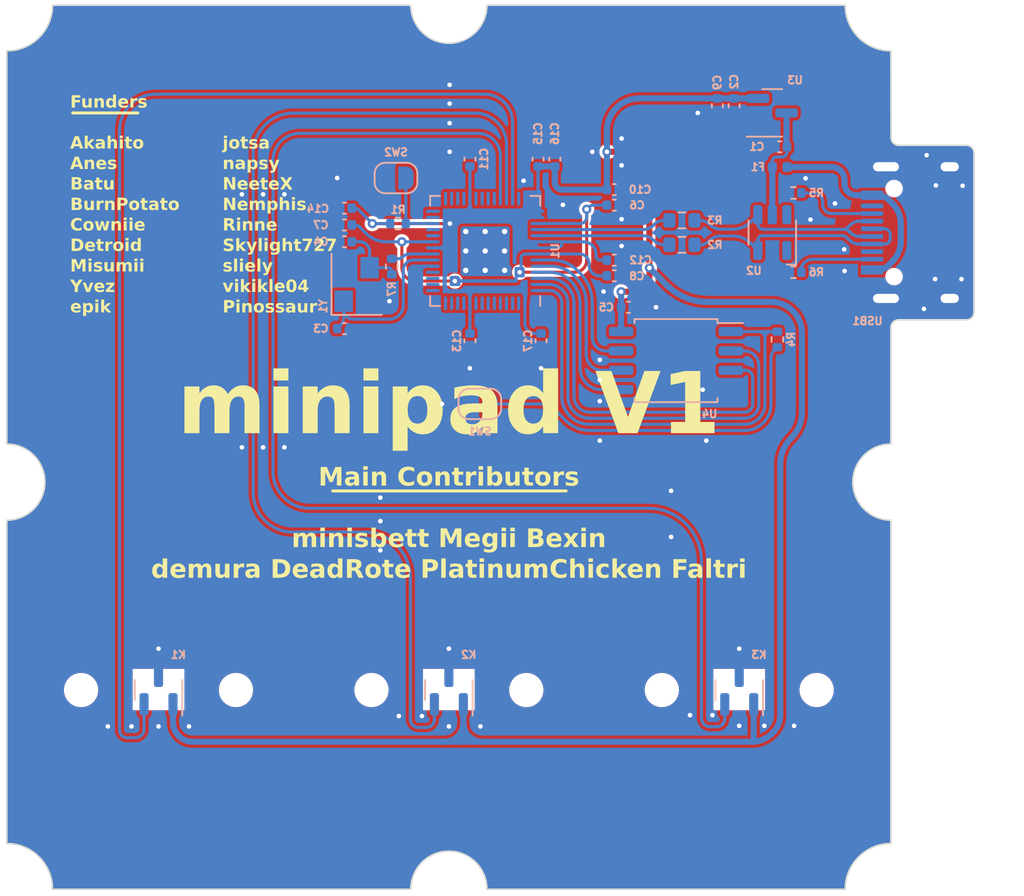
<source format=kicad_pcb>
(kicad_pcb (version 20221018) (generator pcbnew)
  (layers (0 "F.Cu" signal) (31 "B.Cu" signal) (34 "B.Paste" user) (35 "F.Paste" user) (36 "B.SilkS" user "B.Silkscreen") (37 "F.SilkS" user "F.Silkscreen") (38 "B.Mask" user) (39 "F.Mask" user) (44 "Edge.Cuts" user))
  (net 0 "")
  (net 1 "+5V")
  (net 2 "GND")
  (net 3 "+3V3")
  (net 4 "XTAL_IN")
  (net 5 "/XTAL_O")
  (net 6 "+1V1")
  (net 7 "VBUS")
  (net 8 "ADC1")
  (net 9 "ADC2")
  (net 10 "RESET")
  (net 11 "D+")
  (net 12 "Net-(R2-Pad2)")
  (net 13 "D-")
  (net 14 "Net-(R3-Pad2)")
  (net 15 "/~{USB_BOOT}")
  (net 16 "CS")
  (net 17 "Net-(R5-Pad1)")
  (net 18 "Net-(R6-Pad1)")
  (net 19 "XTAL_OUT")
  (net 36 "SWCLK")
  (net 37 "SWD")
  (net 48 "SD3")
  (net 49 "QSPI_CLK")
  (net 50 "SD0")
  (net 51 "SD2")
  (net 52 "SD1")
  (net 57 "RGB")
  (net 58 "ADC0")
  (footprint "Capacitor_SMD:C_0402_1005Metric" (layer "B.Cu") (at 152.06375 61.676875 -90)
    (fp_text reference "C2")
    (fp_text value "1uF")
  )
  (footprint "Capacitor_SMD:C_0402_1005Metric" (layer "B.Cu") (at 139.2 65.18 90)
    (fp_text reference "C15")
    (fp_text value "100nF")
  )
  (footprint "Capacitor_SMD:C_0402_1005Metric" (layer "B.Cu") (at 139.4 77.1 -90)
    (fp_text reference "C17")
    (fp_text value "100nF")
  )
  (footprint "Capacitor_SMD:C_0402_1005Metric" (layer "B.Cu") (at 144.2 72.83375)
    (fp_text reference "C8")
    (fp_text value "100nF")
  )
  (footprint "MX_Only:MXOnly-1U-FLIPPED" (layer "B.Cu") (at 152.4 100.0125 180)
    (fp_text reference "H3")
    (fp_text value "KeySwitch")
  )
  (footprint "Fuse:Fuse_0402_1005Metric" (layer "B.Cu") (at 155.05375 65.7 180)
    (fp_text reference "F1")
    (fp_text value "500mA")
  )
  (footprint "Capacitor_SMD:C_0402_1005Metric" (layer "B.Cu") (at 145.13 74.9)
    (fp_text reference "C5")
    (fp_text value "100nF")
  )
  (footprint "Resistor_SMD:R_0603_1608Metric" (layer "B.Cu") (at 148.64 69.2 180)
    (fp_text reference "R3")
    (fp_text value "27")
  )
  (footprint "marbastlib-various:SOT-23-6-routable" (layer "B.Cu") (at 154.57 70 90)
    (fp_text reference "U2")
    (fp_text value "SRV05-4")
  )
  (footprint "Jumper:SolderJumper-2_P1.3mm_Open_RoundedPad1.0x1.5mm" (layer "B.Cu") (at 129.88 66.42)
    (fp_text reference "SW2")
    (fp_text value "RESET")
  )
  (footprint "Resistor_SMD:R_0402_1005Metric" (layer "B.Cu") (at 129.6 72.23 90)
    (fp_text reference "R7")
    (fp_text value "1k")
  )
  (footprint "Capacitor_SMD:C_0402_1005Metric" (layer "B.Cu") (at 126.5 69.5 180)
    (fp_text reference "C7")
    (fp_text value "100nF")
  )
  (footprint "MX_Only:MXOnly-1U-FLIPPED" (layer "B.Cu") (at 114.3 100.0125 180)
    (fp_text reference "H1")
    (fp_text value "KeySwitch")
  )
  (footprint "Resistor_SMD:R_0603_1608Metric" (layer "B.Cu") (at 148.64 70.8 180)
    (fp_text reference "R2")
    (fp_text value "27")
  )
  (footprint "Jumper:SolderJumper-2_P1.3mm_Open_RoundedPad1.0x1.5mm" (layer "B.Cu") (at 135.38 81.24)
    (fp_text reference "SW1")
    (fp_text value "BOOTSEL")
  )
  (footprint "Package_TO_SOT_SMD:SOT-23" (layer "B.Cu") (at 152.4 100.0125 90)
    (fp_text reference "K3")
    (fp_text value "Hall_Sensor")
  )
  (footprint "Package_TO_SOT_SMD:SOT-23" (layer "B.Cu") (at 154.56375 62.145625)
    (fp_text reference "U3")
    (fp_text value "XC6206PxxxMR")
  )
  (footprint "Capacitor_SMD:C_0402_1005Metric" (layer "B.Cu") (at 144.2 68.2)
    (fp_text reference "C6")
    (fp_text value "1uF")
  )
  (footprint "Package_TO_SOT_SMD:SOT-23" (layer "B.Cu") (at 114.3 100.0125 90)
    (fp_text reference "K1")
    (fp_text value "Hall_Sensor")
  )
  (footprint "Connector_USB:USB_C_Receptacle_HRO_TYPE-C-31-M-12" (layer "B.Cu") (at 165.16 70 -90)
    (fp_text reference "USB1")
    (fp_text value "USB_C_12P")
  )
  (footprint "Package_TO_SOT_SMD:SOT-23" (layer "B.Cu") (at 133.35 100.0125 90)
    (fp_text reference "K2")
    (fp_text value "Hall_Sensor")
  )
  (footprint "Capacitor_SMD:C_0402_1005Metric" (layer "B.Cu") (at 134.73125 77.1 -90)
    (fp_text reference "C13")
    (fp_text value "100nF")
  )
  (footprint "Capacitor_SMD:C_0402_1005Metric" (layer "B.Cu") (at 144.2 71.80875)
    (fp_text reference "C12")
    (fp_text value "100nF")
  )
  (footprint "Capacitor_SMD:C_0402_1005Metric" (layer "B.Cu") (at 150.96375 61.676875 -90)
    (fp_text reference "C9")
    (fp_text value "10uF")
  )
  (footprint "Resistor_SMD:R_0402_1005Metric" (layer "B.Cu") (at 130.01375 69.41)
    (fp_text reference "R1")
    (fp_text value "1k")
  )
  (footprint "Sleep-lib:RP2040-QFN-56" (layer "B.Cu") (at 135.73125 71.20375 90)
    (fp_text reference "U1")
    (fp_text value "RP2040")
  )
  (footprint "Capacitor_SMD:C_0402_1005Metric" (layer "B.Cu") (at 140.3 65.18 90)
    (fp_text reference "C16")
    (fp_text value "100nF")
  )
  (footprint "Capacitor_SMD:C_0402_1005Metric" (layer "B.Cu") (at 126.5 68.4 180)
    (fp_text reference "C14")
    (fp_text value "100nF")
  )
  (footprint "Crystal:Crystal_SMD_3225-4Pin_3.2x2.5mm" (layer "B.Cu") (at 127.3 73.4 90)
    (fp_text reference "Y1")
    (fp_text value "12MHZ")
  )
  (footprint "Capacitor_SMD:C_0402_1005Metric" (layer "B.Cu") (at 155.05375 64.371875 180)
    (fp_text reference "C1")
    (fp_text value "1uF")
  )
  (footprint "Capacitor_SMD:C_0402_1005Metric" (layer "B.Cu") (at 126.5 70.6 180)
    (fp_text reference "C4")
    (fp_text value "20pF")
  )
  (footprint "Capacitor_SMD:C_0402_1005Metric" (layer "B.Cu") (at 144.2 67.18)
    (fp_text reference "C10")
    (fp_text value "1uF")
  )
  (footprint "Package_SO:SOIC-8_5.23x5.23mm_P1.27mm" (layer "B.Cu") (at 148.25125 78.4 180)
    (fp_text reference "U4")
    (fp_text value "W25Q128JVS")
  )
  (footprint "Resistor_SMD:R_0402_1005Metric" (layer "B.Cu") (at 155.96375 67.4 180)
    (fp_text reference "R5")
    (fp_text value "5.1k")
  )
  (footprint "Capacitor_SMD:C_0402_1005Metric" (layer "B.Cu") (at 134.73 65.18 90)
    (fp_text reference "C11")
    (fp_text value "100nF")
  )
  (footprint "Resistor_SMD:R_0402_1005Metric" (layer "B.Cu") (at 155.96375 72.6 180)
    (fp_text reference "R6")
    (fp_text value "5.1k")
  )
  (footprint "Capacitor_SMD:C_0402_1005Metric" (layer "B.Cu") (at 126.5 76.3)
    (fp_text reference "C3")
    (fp_text value "20pF")
  )
  (footprint "Resistor_SMD:R_0402_1005Metric" (layer "B.Cu") (at 154.9 77.01 90)
    (fp_text reference "R4")
    (fp_text value "1k")
  )
  (footprint "MX_Only:MXOnly-1U-FLIPPED" (layer "B.Cu") (at 133.35 100.0125 180)
    (fp_text reference "H2")
    (fp_text value "KeySwitch")
  )
  (gr_line (start 108.67 62.15) (end 112.94 62.15) (stroke (width 0.2)) (layer "F.SilkS"))
  (gr_line (start 125.73 86.95) (end 141.04 86.95) (stroke (width 0.2)) (layer "F.SilkS"))
  (gr_line (start 104.35 83.87) (end 104.35 58.08) (stroke (width 0.1)) (layer "Edge.Cuts"))
  (gr_arc (start 135.85 55.08) (mid 133.35 57.58) (end 130.85 55.08) (stroke (width 0.1)) (layer "Edge.Cuts"))
  (gr_arc (start 159.35 113.08) (mid 160.22868 110.95868) (end 162.35 110.08) (stroke (width 0.1)) (layer "Edge.Cuts"))
  (gr_arc (start 104.35 83.87) (mid 106.85 86.37) (end 104.35 88.87) (stroke (width 0.1)) (layer "Edge.Cuts"))
  (gr_line (start 104.35 88.87) (end 104.35 110.08) (stroke (width 0.1)) (layer "Edge.Cuts"))
  (gr_arc (start 107.35 55.08) (mid 106.47132 57.20132) (end 104.35 58.08) (stroke (width 0.1)) (layer "Edge.Cuts"))
  (gr_line (start 162.35 76.22) (end 162.35 83.87) (stroke (width 0.1)) (layer "Edge.Cuts"))
  (gr_arc (start 162.35 88.87) (mid 159.85 86.37) (end 162.35 83.87) (stroke (width 0.1)) (layer "Edge.Cuts"))
  (gr_arc (start 162.35 76.22) (mid 162.496447 75.866447) (end 162.85 75.72) (stroke (width 0.1)) (layer "Edge.Cuts"))
  (gr_line (start 159.35 113.08) (end 135.85 113.08) (stroke (width 0.1)) (layer "Edge.Cuts"))
  (gr_arc (start 104.35 110.08) (mid 106.47132 110.95868) (end 107.35 113.08) (stroke (width 0.1)) (layer "Edge.Cuts"))
  (gr_line (start 107.35 55.08) (end 130.85 55.08) (stroke (width 0.1)) (layer "Edge.Cuts"))
  (gr_arc (start 162.35 58.08) (mid 160.22868 57.20132) (end 159.35 55.08) (stroke (width 0.1)) (layer "Edge.Cuts"))
  (gr_line (start 162.85 75.72) (end 167.3 75.72) (stroke (width 0.1)) (layer "Edge.Cuts"))
  (gr_arc (start 130.85 113.08) (mid 133.35 110.58) (end 135.85 113.08) (stroke (width 0.1)) (layer "Edge.Cuts"))
  (gr_arc (start 162.86 64.28) (mid 162.506447 64.133553) (end 162.36 63.78) (stroke (width 0.1)) (layer "Edge.Cuts"))
  (gr_arc (start 167.8 75.22) (mid 167.653553 75.573553) (end 167.3 75.72) (stroke (width 0.1)) (layer "Edge.Cuts"))
  (gr_line (start 135.85 55.08) (end 159.35 55.08) (stroke (width 0.1)) (layer "Edge.Cuts"))
  (gr_line (start 162.86 64.28) (end 167.3 64.28) (stroke (width 0.1)) (layer "Edge.Cuts"))
  (gr_line (start 162.36 63.78) (end 162.35 58.08) (stroke (width 0.1)) (layer "Edge.Cuts"))
  (gr_line (start 162.35 88.87) (end 162.35 110.08) (stroke (width 0.1)) (layer "Edge.Cuts"))
  (gr_line (start 167.8 64.78) (end 167.8 75.22) (stroke (width 0.1)) (layer "Edge.Cuts"))
  (gr_arc (start 167.3 64.28) (mid 167.653553 64.426447) (end 167.8 64.78) (stroke (width 0.1)) (layer "Edge.Cuts"))
  (gr_line (start 107.35 113.08) (end 130.85 113.08) (stroke (width 0.1)) (layer "Edge.Cuts"))
  (gr_text "minipad V1" (at 133.35 81.5) (layer "F.SilkS") (effects (font (size 4 4) (thickness 0.3) bold)))
  (gr_text "Funders\n\nAkahito\nAnes\nBatu\nBurnPotato\nCowniie\nDetroid\nMisumii\nYvez\nepik" (at 108.5 61) (layer "F.SilkS") (effects (font (size 0.8 0.8) (thickness 0.175) bold) (justify left top)))
  (gr_text "jotsa\nnapsy\nNeeteX\nNemphis\nRinne\nSkylight727\nsliely\nvikikle04\nPinossaur\n" (at 118.5 63.69) (layer "F.SilkS") (effects (font (size 0.8 0.8) (thickness 0.175) bold) (justify left top)))
  (gr_text "Main Contributors\n\nminisbett Megii Bexin\ndemura DeadRote PlatinumChicken Faltri" (at 133.35 85.4) (layer "F.SilkS") (effects (font (size 1.2 1.2) (thickness 0.25) bold) (justify top)))
  (segment (start 155.501875 62.14625) (end 155.5025 62.146875) (width 0.2) (layer "B.Cu") (net 1))
  (segment (start 154.57 65.702133) (end 154.57 68.825) (width 0.4) (layer "B.Cu") (net 1))
  (segment (start 154.56875 65.699116) (end 154.56875 65.304601) (width 0.2) (layer "B.Cu") (net 1))
  (segment (start 155.50375 62.149892) (end 155.50375 64.451875) (width 0.4) (layer "B.Cu") (net 1))
  (segment (start 154.833351 65.04) (end 155.192328 65.04) (width 0.2) (layer "B.Cu") (net 1))
  (segment (start 155.53375 64.698578) (end 155.53375 64.371875) (width 0.2) (layer "B.Cu") (net 1))
  (arc (start 154.56875 65.699116) (mid 154.568912 65.699932) (end 154.569375 65.700625) (width 0.2) (layer "B.Cu") (net 1))
  (arc (start 154.56875 65.304601) (mid 154.588891 65.203342) (end 154.64625 65.1175) (width 0.2) (layer "B.Cu") (net 1))
  (arc (start 154.57 65.702133) (mid 154.569837 65.701317) (end 154.569375 65.700625) (width 0.4) (layer "B.Cu") (net 1))
  (arc (start 155.192328 65.04) (mid 155.322984 65.01401) (end 155.43375 64.94) (width 0.2) (layer "B.Cu") (net 1))
  (arc (start 154.833351 65.04) (mid 154.732092 65.060141) (end 154.64625 65.1175) (width 0.2) (layer "B.Cu") (net 1))
  (arc (start 155.43375 64.94) (mid 155.50776 64.829234) (end 155.53375 64.698578) (width 0.2) (layer "B.Cu") (net 1))
  (via (at 139.4 78.9) (size 0.6) (drill 0.3) (layers "F.Cu" "B.Cu") (net 2))
  (via (at 119.77 67.49) (size 0.6) (drill 0.3) (layers "F.Cu" "B.Cu") (net 2))
  (via (at 147.9296 89.9668) (size 0.6) (drill 0.3) (layers "F.Cu" "B.Cu") (net 2))
  (via (at 144.68 63.83) (size 0.6) (drill 0.3) (layers "F.Cu" "B.Cu") (net 2))
  (via (at 133.4 61.54) (size 0.6) (drill 0.3) (layers "F.Cu" "B.Cu") (net 2))
  (via (at 143.25 79.67) (size 0.6) (drill 0.3) (layers "F.Cu" "B.Cu") (net 2))
  (via (at 133.35 102.4) (size 0.6) (drill 0.3) (layers "F.Cu" "B.Cu") (net 2))
  (via (at 114.3 102.4) (size 0.6) (drill 0.3) (layers "F.Cu" "B.Cu") (net 2))
  (via (at 159.29 71.1) (size 0.6) (drill 0.3) (layers "F.Cu" "B.Cu") (net 2))
  (via (at 150 80.31) (size 0.6) (drill 0.3) (layers "F.Cu" "B.Cu") (net 2))
  (via (at 126.02 66.42) (size 0.6) (drill 0.3) (layers "F.Cu" "B.Cu") (net 2))
  (via (at 144.68 65.59) (size 0.6) (drill 0.3) (layers "F.Cu" "B.Cu") (net 2))
  (via (at 129.45 74.5) (size 0.6) (drill 0.3) (layers "F.Cu" "B.Cu") (net 2))
  (via (at 128.8542 88.93) (size 0.6) (drill 0.3) (layers "F.Cu" "B.Cu") (net 2))
  (via (at 122.56 67.49) (size 0.6) (drill 0.3) (layers "F.Cu" "B.Cu") (net 2))
  (via (at 164.5158 75.0062) (size 0.6) (drill 0.3) (layers "F.Cu" "B.Cu") (net 2))
  (via (at 143.25 83.65) (size 0.6) (drill 0.3) (layers "F.Cu" "B.Cu") (net 2))
  (via (at 165.3032 66.9036) (size 0.6) (drill 0.3) (layers "F.Cu" "B.Cu") (net 2))
  (via (at 121.16 67.49) (size 0.6) (drill 0.3) (layers "F.Cu" "B.Cu") (net 2))
  (via (at 165.2524 73.0504) (size 0.6) (drill 0.3) (layers "F.Cu" "B.Cu") (net 2))
  (via (at 159.3088 72.517) (size 0.6) (drill 0.3) (layers "F.Cu" "B.Cu") (net 2))
  (via (at 143.25 78.35) (size 0.6) (drill 0.3) (layers "F.Cu" "B.Cu") (net 2))
  (via (at 158.68 68.09) (size 0.6) (drill 0.3) (layers "F.Cu" "B.Cu") (net 2))
  (via (at 149.68 62.15) (size 0.6) (drill 0.3) (layers "F.Cu" "B.Cu") (net 2))
  (via (at 135.42 102.4) (size 0.6) (drill 0.3) (layers "F.Cu" "B.Cu") (net 2))
  (via (at 146.94 74.9) (size 0.6) (drill 0.3) (layers "F.Cu" "B.Cu") (net 2))
  (via (at 152.4 102.36) (size 0.6) (drill 0.3) (layers "F.Cu" "B.Cu") (net 2))
  (via (at 147.9296 86.94) (size 0.6) (drill 0.3) (layers "F.Cu" "B.Cu") (net 2))
  (via (at 157.077109 69.146165) (size 0.6) (drill 0.3) (layers "F.Cu" "B.Cu") (net 2))
  (via (at 143.5 73.87) (size 0.6) (drill 0.3) (layers "F.Cu" "B.Cu") (net 2))
  (via (at 167.0558 66.929) (size 0.6) (drill 0.3) (layers "F.Cu" "B.Cu") (net 2))
  (via (at 149.17 101.66) (size 0.6) (drill 0.3) (layers "F.Cu" "B.Cu") (net 2))
  (via (at 166.9796 73.0504) (size 0.6) (drill 0.3) (layers "F.Cu" "B.Cu") (net 2))
  (via (at 133.4 62.82) (size 0.6) (drill 0.3) (layers "F.Cu" "B.Cu") (net 2))
  (via (at 122.56 84.09) (size 0.6) (drill 0.3) (layers "F.Cu" "B.Cu") (net 2))
  (via (at 116.3 102.4) (size 0.6) (drill 0.3) (layers "F.Cu" "B.Cu") (net 2))
  (via (at 144.68 69.12) (size 0.6) (drill 0.3) (layers "F.Cu" "B.Cu") (net 2))
  (via (at 156 102.36) (size 0.6) (drill 0.3) (layers "F.Cu" "B.Cu") (net 2))
  (via (at 133.35 97.3) (size 0.6) (drill 0.3) (layers "F.Cu" "B.Cu") (net 2))
  (via (at 121.16 84.09) (size 0.6) (drill 0.3) (layers "F.Cu" "B.Cu") (net 2))
  (via (at 150.24 83.65) (size 0.6) (drill 0.3) (layers "F.Cu" "B.Cu") (net 2))
  (via (at 114.3 97.3) (size 0.6) (drill 0.3) (layers "F.Cu" "B.Cu") (net 2))
  (via (at 152.4 97.3) (size 0.6) (drill 0.3) (layers "F.Cu" "B.Cu") (net 2))
  (via (at 150.64 101.66) (size 0.6) (drill 0.3) (layers "F.Cu" "B.Cu") (net 2))
  (via (at 119.77 84.09) (size 0.6) (drill 0.3) (layers "F.Cu" "B.Cu") (net 2))
  (via (at 132.9 81.24) (size 0.6) (drill 0.3) (layers "F.Cu" "B.Cu") (net 2))
  (via (at 110.97 102.4) (size 0.6) (drill 0.3) (layers "F.Cu" "B.Cu") (net 2))
  (via (at 156.75375 66.44) (size 0.6) (drill 0.3) (layers "F.Cu" "B.Cu") (net 2))
  (via (at 164.6936 64.9224) (size 0.6) (drill 0.3) (layers "F.Cu" "B.Cu") (net 2))
  (via (at 144.68 70.88) (size 0.6) (drill 0.3) (layers "F.Cu" "B.Cu") (net 2))
  (via (at 128.8542 87.39) (size 0.6) (drill 0.3) (layers "F.Cu" "B.Cu") (net 2))
  (via (at 143.25 81.06) (size 0.6) (drill 0.3) (layers "F.Cu" "B.Cu") (net 2))
  (via (at 134.73 78.9) (size 0.6) (drill 0.3) (layers "F.Cu" "B.Cu") (net 2))
  (via (at 138.2522 66.5988) (size 0.6) (drill 0.3) (layers "F.Cu" "B.Cu") (net 2))
  (via (at 140.83 68.18) (size 0.6) (drill 0.3) (layers "F.Cu" "B.Cu") (net 2))
  (via (at 131.58 101.72) (size 0.6) (drill 0.3) (layers "F.Cu" "B.Cu") (net 2))
  (via (at 133.4 64.7) (size 0.6) (drill 0.3) (layers "F.Cu" "B.Cu") (net 2))
  (via (at 154.05 102.36) (size 0.6) (drill 0.3) (layers "F.Cu" "B.Cu") (net 2))
  (via (at 112.53 102.4) (size 0.6) (drill 0.3) (layers "F.Cu" "B.Cu") (net 2))
  (via (at 142.76 64.7) (size 0.6) (drill 0.3) (layers "F.Cu" "B.Cu") (net 2))
  (via (at 128.8542 90.85) (size 0.6) (drill 0.3) (layers "F.Cu" "B.Cu") (net 2))
  (via (at 130.07 101.72) (size 0.6) (drill 0.3) (layers "F.Cu" "B.Cu") (net 2))
  (via (at 133.4 60.31) (size 0.6) (drill 0.3) (layers "F.Cu" "B.Cu") (net 2))
  (segment (start 155.156817 72.6) (end 155.35875 72.6) (width 0.2) (layer "B.Cu") (net 2))
  (segment (start 126.42 72.3) (end 125.559203 72.3) (width 0.4) (layer "B.Cu") (net 2))
  (segment (start 144.803437 72.83375) (end 144.926875 72.83375) (width 0.2) (layer "B.Cu") (net 2))
  (segment (start 153.149327 62.156875) (end 152.06375 62.156875) (width 0.4) (layer "B.Cu") (net 2))
  (segment (start 139.2 64.7) (end 140.3 64.7) (width 0.4) (layer "B.Cu") (net 2))
  (segment (start 144.68 71.80875) (end 144.68 70.88) (width 0.2) (layer "B.Cu") (net 2))
  (segment (start 126.02 66.42) (end 129.23 66.42) (width 0.4) (layer "B.Cu") (net 2))
  (segment (start 145.61 74.9) (end 146.94 74.9) (width 0.4) (layer "B.Cu") (net 2))
  (segment (start 114.3 99.075) (end 114.3 97.3) (width 0.4) (layer "B.Cu") (net 2))
  (segment (start 154.045558 64.371875) (end 154.57375 64.371875) (width 0.4) (layer "B.Cu") (net 2))
  (segment (start 129.735735 76.3) (end 126.98 76.3) (width 0.2) (layer "B.Cu") (net 2))
  (segment (start 149.686875 62.156875) (end 149.68 62.15) (width 0.4) (layer "B.Cu") (net 2))
  (segment (start 126.02 68.4) (end 126.02 66.42) (width 0.4) (layer "B.Cu") (net 2))
  (segment (start 125.644558 77.24) (end 126.399583 77.24) (width 0.4) (layer "B.Cu") (net 2))
  (segment (start 133.35 99.075) (end 133.35 97.3) (width 0.4) (layer "B.Cu") (net 2))
  (segment (start 150.96375 62.156875) (end 149.686875 62.156875) (width 0.4) (layer "B.Cu") (net 2))
  (segment (start 144.68 69.12) (end 144.68 68.2) (width 0.2) (layer "B.Cu") (net 2))
  (segment (start 126.235 72.085) (end 126.428786 72.278786) (width 0.4) (layer "B.Cu") (net 2))
  (segment (start 152.4 99.075) (end 152.4 97.3) (width 0.4) (layer "B.Cu") (net 2))
  (segment (start 155.5881 73.11435) (end 155.58875 73.115) (width 0.2) (layer "B.Cu") (net 2))
  (segment (start 144.68 67.18) (end 144.68 68.2) (width 0.2) (layer "B.Cu") (net 2))
  (segment (start 162.03 74.32) (end 166.21 74.32) (width 0.4) (layer "B.Cu") (net 2))
  (segment (start 162.03 74.32) (end 161.1698 73.4598) (width 0.4) (layer "B.Cu") (net 2))
  (segment (start 144.68 67.18) (end 144.68 65.59) (width 0.4) (layer "B.Cu") (net 2))
  (segment (start 154.57 72.013182) (end 154.57 71.175) (width 0.2) (layer "B.Cu") (net 2))
  (segment (start 125.03 76.625441) (end 125.03 72.829203) (width 0.4) (layer "B.Cu") (net 2))
  (segment (start 155.914668 73.25) (end 161.115 73.25) (width 0.2) (layer "B.Cu") (net 2))
  (segment (start 134.73 77.58) (end 134.73 78.9) (width 0.2) (layer "B.Cu") (net 2))
  (segment (start 161.115 66.71125) (end 161.115 66.6725) (width 0.4) (layer "B.Cu") (net 2))
  (segment (start 145.348316 73.008316) (end 145.391875 73.051875) (width 0.2) (layer "B.Cu") (net 2))
  (segment (start 145.61 73.578475) (end 145.61 74.9) (width 0.2) (layer "B.Cu") (net 2))
  (segment (start 150 80.31) (end 150.006031 80.303969) (width 0.2) (layer "B.Cu") (net 2))
  (segment (start 150.96375 62.156875) (end 152.06375 62.156875) (width 0.4) (layer "B.Cu") (net 2))
  (segment (start 144.68 72.710312) (end 144.68 71.80875) (width 0.2) (layer "B.Cu") (net 2))
  (segment (start 156.75375 66.44) (end 155.829313 66.44) (width 0.2) (layer "B.Cu") (net 2))
  (segment (start 162.3527 65.68) (end 162.6754 65.68) (width 0.4) (layer "B.Cu") (net 2))
  (segment (start 166.21 65.68) (end 166.21 74.32) (width 0.4) (layer "B.Cu") (net 2))
  (segment (start 134.73 64.7) (end 133.4 64.7) (width 0.4) (layer "B.Cu") (net 2))
  (segment (start 128.15 74.5) (end 129.45 74.5) (width 0.4) (layer "B.Cu") (net 2))
  (segment (start 150.006031 80.303969) (end 150.246635 80.303969) (width 0.2) (layer "B.Cu") (net 2))
  (segment (start 131.036442 72.20375) (end 132.29375 72.20375) (width 0.2) (layer "B.Cu") (net 2))
  (segment (start 126.98 76.659583) (end 126.98 76.3) (width 0.4) (layer "B.Cu") (net 2))
  (segment (start 153.62625 63.952566) (end 153.62625 63.095625) (width 0.4) (layer "B.Cu") (net 2))
  (segment (start 161.801816 65.908183) (end 161.1698 66.540199) (width 0.4) (layer "B.Cu") (net 2))
  (segment (start 153.62625 62.633797) (end 153.62625 63.095625) (width 0.4) (layer "B.Cu") (net 2))
  (segment (start 162.3527 65.68) (end 166.21 65.68) (width 0.4) (layer "B.Cu") (net 2))
  (segment (start 150.248535 80.305) (end 151.85125 80.305) (width 0.2) (layer "B.Cu") (net 2))
  (segment (start 134.73 81.24) (end 132.9 81.24) (width 0.2) (layer "B.Cu") (net 2))
  (segment (start 155.45375 72.79) (end 155.45375 72.695) (width 0.2) (layer "B.Cu") (net 2))
  (segment (start 155.45375 66.815563) (end 155.45375 67.4) (width 0.2) (layer "B.Cu") (net 2))
  (segment (start 161.115 66.6725) (end 161.115 66.71125) (width 0.4) (layer "B.Cu") (net 2))
  (segment (start 139.4 77.58) (end 139.4 78.9) (width 0.2) (layer "B.Cu") (net 2))
  (segment (start 130.76 72.480192) (end 130.76 75.275735) (width 0.2) (layer "B.Cu") (net 2))
  (segment (start 126.02 71.565944) (end 126.02 68.4) (width 0.4) (layer "B.Cu") (net 2))
  (segment (start 161.115 73.3275) (end 161.115 73.25) (width 0.4) (layer "B.Cu") (net 2))
  (segment (start 140.3 64.7) (end 142.76 64.7) (width 0.4) (layer "B.Cu") (net 2))
  (arc (start 155.56375 66.55) (mid 155.482338 66.671841) (end 155.45375 66.815563) (width 0.2) (layer "B.Cu") (net 2))
  (arc (start 162.3527 65.68) (mid 162.054563 65.739302) (end 161.801816 65.908183) (width 0.4) (layer "B.Cu") (net 2))
  (arc (start 126.42 72.3) (mid 126.441213 72.308786) (end 126.45 72.33) (width 0.2) (layer "B.Cu") (net 2))
  (arc (start 150.246635 80.303969) (mid 150.247697 80.305038) (end 150.248535 80.305) (width 0.2) (layer "B.Cu") (net 2))
  (arc (start 125.559203 72.3) (mid 125.356685 72.340283) (end 125.185 72.455) (width 0.4) (layer "B.Cu") (net 2))
  (arc (start 161.115 73.3275) (mid 161.129242 73.3991) (end 161.1698 73.4598) (width 0.4) (layer "B.Cu") (net 2))
  (arc (start 126.45 72.33) (mid 126.444486 72.302283) (end 126.428786 72.278786) (width 0.4) (layer "B.Cu") (net 2))
  (arc (start 161.115 66.6725) (mid 161.129242 66.600899) (end 161.1698 66.540199) (width 0.4) (layer "B.Cu") (net 2))
  (arc (start 145.61 73.578475) (mid 145.553311 73.293481) (end 145.391875 73.051875) (width 0.2) (layer "B.Cu") (net 2))
  (arc (start 161.1698 66.540199) (mid 161.129242 66.600899) (end 161.115 66.6725) (width 0.4) (layer "B.Cu") (net 2))
  (arc (start 125.03 76.625441) (mid 125.07678 76.860622) (end 125.21 77.06) (width 0.4) (layer "B.Cu") (net 2))
  (arc (start 153.749062 64.249062) (mid 153.885095 64.339956) (end 154.045558 64.371875) (width 0.4) (layer "B.Cu") (net 2))
  (arc (start 153.486562 62.296562) (mid 153.589946 62.451287) (end 153.62625 62.633797) (width 0.4) (layer "B.Cu") (net 2))
  (arc (start 144.803437 72.83375) (mid 144.716153 72.797595) (end 144.68 72.710312) (width 0.2) (layer "B.Cu") (net 2))
  (arc (start 130.46 76) (mid 130.127704 76.222032) (end 129.735735 76.3) (width 0.2) (layer "B.Cu") (net 2))
  (arc (start 130.840968 72.284718) (mid 130.930652 72.224792) (end 131.036442 72.20375) (width 0.2) (layer "B.Cu") (net 2))
  (arc (start 154.741875 72.428125) (mid 154.932252 72.555331) (end 155.156817 72.6) (width 0.2) (layer "B.Cu") (net 2))
  (arc (start 145.348316 73.008316) (mid 145.154957 72.879118) (end 144.926875 72.83375) (width 0.2) (layer "B.Cu") (net 2))
  (arc (start 153.62625 63.952566) (mid 153.658167 64.113028) (end 153.749062 64.249062) (width 0.4) (layer "B.Cu") (net 2))
  (arc (start 155.45375 72.695) (mid 155.425925 72.627824) (end 155.35875 72.6) (width 0.2) (layer "B.Cu") (net 2))
  (arc (start 130.840968 72.284718) (mid 130.781042 72.374402) (end 130.76 72.480192) (width 0.2) (layer "B.Cu") (net 2))
  (arc (start 125.21 77.06) (mid 125.409376 77.193219) (end 125.644558 77.24) (width 0.4) (layer "B.Cu") (net 2))
  (arc (start 161.801816 65.908183) (mid 162.054563 65.739302) (end 162.3527 65.68) (width 0.4) (layer "B.Cu") (net 2))
  (arc (start 130.76 75.275735) (mid 130.682032 75.667704) (end 130.46 76) (width 0.2) (layer "B.Cu") (net 2))
  (arc (start 153.486562 62.296562) (mid 153.331837 62.193178) (end 153.149327 62.156875) (width 0.4) (layer "B.Cu") (net 2))
  (arc (start 126.81 77.07) (mid 126.935818 76.881699) (end 126.98 76.659583) (width 0.4) (layer "B.Cu") (net 2))
  (arc (start 126.81 77.07) (mid 126.621699 77.195818) (end 126.399583 77.24) (width 0.4) (layer "B.Cu") (net 2))
  (arc (start 155.5881 73.11435) (mid 155.488666 72.965537) (end 155.45375 72.79) (width 0.2) (layer "B.Cu") (net 2))
  (arc (start 125.185 72.455) (mid 125.070283 72.626685) (end 125.03 72.829203) (width 0.4) (layer "B.Cu") (net 2))
  (arc (start 155.56375 66.55) (mid 155.685591 66.468588) (end 155.829313 66.44) (width 0.2) (layer "B.Cu") (net 2))
  (arc (start 155.58875 73.115) (mid 155.738282 73.214914) (end 155.914668 73.25) (width 0.2) (layer "B.Cu") (net 2))
  (arc (start 126.235 72.085) (mid 126.075876 71.846855) (end 126.02 71.565944) (width 0.4) (layer "B.Cu") (net 2))
  (arc (start 126.42 72.3) (mid 126.43148 72.292328) (end 126.428786 72.278786) (width 0.4) (layer "B.Cu") (net 2))
  (arc (start 154.741875 72.428125) (mid 154.614668 72.237747) (end 154.57 72.013182) (width 0.2) (layer "B.Cu") (net 2))
  (segment (start 146.5 72.377746) (end 146.5 65.690121) (width 0.4) (layer "F.Cu") (net 3))
  (segment (start 145.72671 73.88) (end 144.65 73.88) (width 0.4) (layer "F.Cu") (net 3))
  (segment (start 146.5072 73.09951) (end 146.5072 72.3138) (width 0.4) (layer "F.Cu") (net 3))
  (segment (start 145.509878 64.7) (end 143.72 64.7) (width 0.4) (layer "F.Cu") (net 3))
  (segment (start 128.33 69.41) (end 133.42 69.41) (width 0.2) (layer "F.Cu") (net 3))
  (via (at 143.72 64.7) (size 0.6) (drill 0.3) (layers "F.Cu" "B.Cu") (net 3))
  (via (at 128.33 69.41) (size 0.6) (drill 0.3) (layers "F.Cu" "B.Cu") (net 3))
  (via (at 133.42 69.41) (size 0.6) (drill 0.3) (layers "F.Cu" "B.Cu") (net 3))
  (via (at 144.65 73.88) (size 0.6) (drill 0.3) (layers "F.Cu" "B.Cu") (net 3))
  (via (at 146.5072 72.3138) (size 0.6) (drill 0.3) (layers "F.Cu" "B.Cu") (net 3))
  (arc (start 146.21 64.99) (mid 145.888781 64.775368) (end 145.509878 64.7) (width 0.4) (layer "F.Cu") (net 3))
  (arc (start 146.21 64.99) (mid 146.424631 65.311218) (end 146.5 65.690121) (width 0.4) (layer "F.Cu") (net 3))
  (arc (start 146.2786 73.6514) (mid 146.02539 73.820588) (end 145.72671 73.88) (width 0.4) (layer "F.Cu") (net 3))
  (arc (start 146.5072 73.09951) (mid 146.447788 73.39819) (end 146.2786 73.6514) (width 0.4) (layer "F.Cu") (net 3))
  (segment (start 144.65 74.9) (end 144.65 73.88) (width 0.4) (layer "B.Cu") (net 3))
  (segment (start 134.73125 65.66125) (end 134.73 65.66) (width 0.2) (layer "B.Cu") (net 3))
  (segment (start 147.6248 73.4314) (end 146.5072 72.3138) (width 0.4) (layer "B.Cu") (net 3))
  (segment (start 143 71.365) (end 143 71.537746) (width 0.2) (layer "B.Cu") (net 3))
  (segment (start 127.440208 68.520208) (end 128.33 69.41) (width 0.2) (layer "B.Cu") (net 3))
  (segment (start 139.16875 68.60375) (end 139.16875 69.00375) (width 0.2) (layer "B.Cu") (net 3))
  (segment (start 144.650625 76.494375) (end 144.65125 76.495) (width 0.2) (layer "B.Cu") (net 3))
  (segment (start 134.3 100.95) (end 134.3 103.11) (width 0.4) (layer "B.Cu") (net 3))
  (segment (start 140.77 70.73) (end 140.77 70.663864) (width 0.2) (layer "B.Cu") (net 3))
  (segment (start 138.943732 67.606266) (end 139.171715 67.378284) (width 0.2) (layer "B.Cu") (net 3))
  (segment (start 155.09 101) (end 155.09 85.210885) (width 0.4) (layer "B.Cu") (net 3))
  (segment (start 140.678125 70.911875) (end 140.70636 70.883639) (width 0.2) (layer "B.Cu") (net 3))
  (segment (start 140.712385 70.60625) (end 139.173017 70.60625) (width 0.2) (layer "B.Cu") (net 3))
  (segment (start 139.2 68.550402) (end 139.2 67.27) (width 0.2) (layer "B.Cu") (net 3))
  (segment (start 134.1 103.4) (end 133.075 103.4) (width 0.4) (layer "B.Cu") (net 3))
  (segment (start 140.456319 71.00375) (end 139.16875 71.00375) (width 0.2) (layer "B.Cu") (net 3))
  (segment (start 134.73125 67.76625) (end 134.73125 65.66125) (width 0.2) (layer "B.Cu") (net 3))
  (segment (start 134.23 103.4) (end 134.1 103.4) (width 0.4) (layer "B.Cu") (net 3))
  (segment (start 154.549999 102.859999) (end 154.623309 102.78669) (width 0.4) (layer "B.Cu") (net 3))
  (segment (start 138.33125 75.939291) (end 138.33125 74.64125) (width 0.2) (layer "B.Cu") (net 3))
  (segment (start 153.246324 103.4) (end 135.525 103.4) (width 0.4) (layer "B.Cu") (net 3))
  (segment (start 134.59 103.4) (end 134.23 103.4) (width 0.4) (layer "B.Cu") (net 3))
  (segment (start 156.5148 81.771114) (end 156.5148 76.586944) (width 0.4) (layer "B.Cu") (net 3))
  (segment (start 139.17 70.605) (end 139.16875 70.60375) (width 0.2) (layer "B.Cu") (net 3))
  (segment (start 135.525 103.4) (end 134.59 103.4) (width 0.4) (layer "B.Cu") (net 3))
  (segment (start 134.3 102.175) (end 134.3 100.95) (width 0.4) (layer "B.Cu") (net 3))
  (segment (start 134.3 103.11) (end 134.59 103.4) (width 0.4) (layer "B.Cu") (net 3))
  (segment (start 153.35 103.296324) (end 153.246324 103.4) (width 0.4) (layer "B.Cu") (net 3))
  (segment (start 139.2 67.27) (end 139.2 65.66) (width 0.2) (layer "B.Cu") (net 3))
  (segment (start 142.798474 70.878474) (end 142.763125 70.843125) (width 0.2) (layer "B.Cu") (net 3))
  (segment (start 140.760114 70.60625) (end 140.712385 70.60625) (width 0.2) (layer "B.Cu") (net 3))
  (segment (start 143.271003 71.80875) (end 143.72 71.80875) (width 0.2) (layer "B.Cu") (net 3))
  (segment (start 153.35 100.95) (end 153.35 103.296324) (width 0.4) (layer "B.Cu") (net 3))
  (segment (start 127.15 68.4) (end 126.98 68.4) (width 0.2) (layer "B.Cu") (net 3))
  (segment (start 134.73125 74.64125) (end 134.73125 76.62) (width 0.2) (layer "B.Cu") (net 3))
  (segment (start 128.33 69.41) (end 129.50375 69.41) (width 0.2) (layer "B.Cu") (net 3))
  (segment (start 134.3 103.2) (end 134.1 103.4) (width 0.4) (layer "B.Cu") (net 3))
  (segment (start 143.72 67.18) (end 140.777989 67.18) (width 0.4) (layer "B.Cu") (net 3))
  (segment (start 132.901466 71.00375) (end 132.29375 71.00375) (width 0.2) (layer "B.Cu") (net 3))
  (segment (start 143.72 67.18) (end 143.72 63.319022) (width 0.4) (layer "B.Cu") (net 3))
  (segment (start 150.965883 61.195625) (end 153.62625 61.195625) (width 0.4) (layer "B.Cu") (net 3))
  (segment (start 138.5575 67.76625) (end 138.33125 67.76625) (width 0.2) (layer "B.Cu") (net 3))
  (segment (start 142.191258 70.60625) (end 140.760114 70.60625) (width 0.2) (layer "B.Cu") (net 3))
  (segment (start 139.2 67.31) (end 139.2 67.27) (width 0.2) (layer "B.Cu") (net 3))
  (segment (start 139.011958 76.62) (end 139.4 76.62) (width 0.2) (layer "B.Cu") (net 3))
  (segment (start 115.25 102.119669) (end 115.25 100.95) (width 0.4) (layer "B.Cu") (net 3))
  (segment (start 139.2 65.66) (end 140.3 65.66) (width 0.4) (layer "B.Cu") (net 3))
  (segment (start 140.3 66.70201) (end 140.3 65.66) (width 0.4) (layer "B.Cu") (net 3))
  (segment (start 134.3 103.33) (end 134.23 103.4) (width 0.4) (layer "B.Cu") (net 3))
  (segment (start 134.3 100.95) (end 134.3 103.2) (width 0.4) (layer "B.Cu") (net 3))
  (segment (start 155.09 101.66) (end 155.09 101) (width 0.4) (layer "B.Cu") (net 3))
  (segment (start 144.65 74.9) (end 144.65 76.492866) (width 0.4) (layer "B.Cu") (net 3))
  (segment (start 145.842147 61.196875) (end 150.96375 61.196875) (width 0.4) (layer "B.Cu") (net 3))
  (segment (start 154.476855 74.549) (end 150.322925 74.549) (width 0.4) (layer "B.Cu") (net 3))
  (segment (start 134.3 100.95) (end 134.3 103.33) (width 0.4) (layer "B.Cu") (net 3))
  (segment (start 133.075 103.4) (end 116.53033 103.4) (width 0.4) (layer "B.Cu") (net 3))
  (segment (start 133.42 70.485216) (end 133.42 69.41) (width 0.2) (layer "B.Cu") (net 3))
  (arc (start 142.798474 70.878474) (mid 142.947625 71.101694) (end 143 71.365) (width 0.2) (layer "B.Cu") (net 3))
  (arc (start 140.753125 70.623125) (mid 140.750981 70.612352) (end 140.760114 70.60625) (width 0.2) (layer "B.Cu") (net 3))
  (arc (start 138.530625 76.420625) (mid 138.751462 76.568184) (end 139.011958 76.62) (width 0.2) (layer "B.Cu") (net 3))
  (arc (start 138.943732 67.606266) (mid 138.766527 67.724671) (end 138.5575 67.76625) (width 0.2) (layer "B.Cu") (net 3))
  (arc (start 139.2 67.31) (mid 139.192648 67.346955) (end 139.171715 67.378284) (width 0.2) (layer "B.Cu") (net 3))
  (arc (start 155.09 101.66) (mid 154.96871 102.26976) (end 154.623309 102.78669) (width 0.4) (layer "B.Cu") (net 3))
  (arc (start 127.440208 68.520208) (mid 127.307059 68.431241) (end 127.15 68.4) (width 0.2) (layer "B.Cu") (net 3))
  (arc (start 150.322925 74.549) (mid 148.86271 74.258545) (end 147.6248 73.4314) (width 0.4) (layer "B.Cu") (net 3))
  (arc (start 139.17 70.605) (mid 139.171384 70.605925) (end 139.173017 70.60625) (width 0.2) (layer "B.Cu") (net 3))
  (arc (start 140.753125 70.623125) (mid 140.734433 70.610635) (end 140.712385 70.60625) (width 0.2) (layer "B.Cu") (net 3))
  (arc (start 143.72 63.319022) (mid 143.881538 62.506911) (end 144.341562 61.818437) (width 0.4) (layer "B.Cu") (net 3))
  (arc (start 144.341562 61.818437) (mid 145.030036 61.358413) (end 145.842147 61.196875) (width 0.4) (layer "B.Cu") (net 3))
  (arc (start 139.184375 68.588125) (mid 139.195939 68.570817) (end 139.2 68.550402) (width 0.2) (layer "B.Cu") (net 3))
  (arc (start 133.42 70.485216) (mid 133.380528 70.68365) (end 133.268125 70.851875) (width 0.2) (layer "B.Cu") (net 3))
  (arc (start 155.09 85.210885) (mid 155.275146 84.28009) (end 155.8024 83.491) (width 0.4) (layer "B.Cu") (net 3))
  (arc (start 132.901466 71.00375) (mid 133.0999 70.964278) (end 133.268125 70.851875) (width 0.2) (layer "B.Cu") (net 3))
  (arc (start 155.8024 83.491) (mid 156.329653 82.701909) (end 156.5148 81.771114) (width 0.4) (layer "B.Cu") (net 3))
  (arc (start 135.525 103.4) (mid 134.658794 103.041205) (end 134.3 102.175) (width 0.4) (layer "B.Cu") (net 3))
  (arc (start 134.3 102.175) (mid 133.941205 103.041205) (end 133.075 103.4) (width 0.4) (layer "B.Cu") (net 3))
  (arc (start 140.777989 67.18) (mid 140.59507 67.143615) (end 140.44 67.04) (width 0.4) (layer "B.Cu") (net 3))
  (arc (start 144.650625 76.494375) (mid 144.650162 76.493682) (end 144.65 76.492866) (width 0.4) (layer "B.Cu") (net 3))
  (arc (start 143.079375 71.729375) (mid 143.020628 71.641455) (end 143 71.537746) (width 0.2) (layer "B.Cu") (net 3))
  (arc (start 140.44 67.04) (mid 140.336384 66.884928) (end 140.3 66.70201) (width 0.4) (layer "B.Cu") (net 3))
  (arc (start 142.191258 70.60625) (mid 142.50075 70.667811) (end 142.763125 70.843125) (width 0.2) (layer "B.Cu") (net 3))
  (arc (start 140.753125 70.623125) (mid 140.765614 70.641816) (end 140.77 70.663864) (width 0.2) (layer "B.Cu") (net 3))
  (arc (start 115.625 103.025) (mid 116.040368 103.30254) (end 116.53033 103.4) (width 0.4) (layer "B.Cu") (net 3))
  (arc (start 143.079375 71.729375) (mid 143.167294 71.788121) (end 143.271003 71.80875) (width 0.2) (layer "B.Cu") (net 3))
  (arc (start 155.9179 75.1459) (mid 155.256743 74.704129) (end 154.476855 74.549) (width 0.4) (layer "B.Cu") (net 3))
  (arc (start 115.25 102.119669) (mid 115.347459 102.60963) (end 115.625 103.025) (width 0.4) (layer "B.Cu") (net 3))
  (arc (start 140.77 70.73) (mid 140.75346 70.813148) (end 140.70636 70.883639) (width 0.2) (layer "B.Cu") (net 3))
  (arc (start 138.33125 75.939291) (mid 138.383065 76.199787) (end 138.530625 76.420625) (width 0.2) (layer "B.Cu") (net 3))
  (arc (start 154.549999 102.859999) (mid 153.951868 103.259658) (end 153.246324 103.4) (width 0.4) (layer "B.Cu") (net 3))
  (arc (start 156.5148 76.586944) (mid 156.35967 75.807056) (end 155.9179 75.1459) (width 0.4) (layer "B.Cu") (net 3))
  (arc (start 140.456319 71.00375) (mid 140.576359 70.979872) (end 140.678125 70.911875) (width 0.2) (layer "B.Cu") (net 3))
  (segment (start 131.036441 71.80375) (end 132.29375 71.80375) (width 0.2) (layer "B.Cu") (net 4))
  (segment (start 127.081629 75.68) (end 129.438162 75.68) (width 0.2) (layer "B.Cu") (net 4))
  (segment (start 130.36 72.480192) (end 130.36 74.758162) (width 0.2) (layer "B.Cu") (net 4))
  (segment (start 126.235 76.085) (end 126.02 76.3) (width 0.2) (layer "B.Cu") (net 4))
  (segment (start 126.45 75.565944) (end 126.45 75.04837) (width 0.2) (layer "B.Cu") (net 4))
  (arc (start 130.36 74.758162) (mid 130.289829 75.110934) (end 130.09 75.41) (width 0.2) (layer "B.Cu") (net 4))
  (arc (start 126.235 76.085) (mid 126.394123 75.846855) (end 126.45 75.565944) (width 0.2) (layer "B.Cu") (net 4))
  (arc (start 127.081629 75.68) (mid 126.839915 75.63192) (end 126.635 75.495) (width 0.2) (layer "B.Cu") (net 4))
  (arc (start 130.09 75.41) (mid 129.790934 75.609829) (end 129.438162 75.68) (width 0.2) (layer "B.Cu") (net 4))
  (arc (start 130.36 72.480192) (mid 130.41149 72.221328) (end 130.558125 72.001875) (width 0.2) (layer "B.Cu") (net 4))
  (arc (start 131.036441 71.80375) (mid 130.777578 71.855241) (end 130.558125 72.001875) (width 0.2) (layer "B.Cu") (net 4))
  (arc (start 126.635 75.495) (mid 126.498079 75.290084) (end 126.45 75.04837) (width 0.2) (layer "B.Cu") (net 4))
  (segment (start 129.361005 72.3) (end 128.15 72.3) (width 0.2) (layer "B.Cu") (net 5))
  (segment (start 128.15 72.3) (end 128.15 71.2487) (width 0.2) (layer "B.Cu") (net 5))
  (segment (start 127.501299 70.6) (end 126.98 70.6) (width 0.2) (layer "B.Cu") (net 5))
  (segment (start 129.6 72.538994) (end 129.6 72.74) (width 0.2) (layer "B.Cu") (net 5))
  (arc (start 129.6 72.538994) (mid 129.581807 72.447535) (end 129.53 72.37) (width 0.2) (layer "B.Cu") (net 5))
  (arc (start 127.96 70.79) (mid 127.749546 70.649379) (end 127.501299 70.6) (width 0.2) (layer "B.Cu") (net 5))
  (arc (start 129.361005 72.3) (mid 129.452464 72.318192) (end 129.53 72.37) (width 0.2) (layer "B.Cu") (net 5))
  (arc (start 127.96 70.79) (mid 128.10062 71.000453) (end 128.15 71.2487) (width 0.2) (layer "B.Cu") (net 5))
  (segment (start 131.158809 73.179099) (end 133.743207 73.179099) (width 0.2) (layer "F.Cu") (net 6))
  (segment (start 141.60473 72.6) (end 137.99375 72.6) (width 0.2) (layer "F.Cu") (net 6))
  (segment (start 142.39 71.81473) (end 142.39 68.47) (width 0.2) (layer "F.Cu") (net 6))
  (segment (start 130.26625 72.286539) (end 130.26625 70.60375) (width 0.2) (layer "F.Cu") (net 6))
  (via (at 130.26625 70.60375) (size 0.6) (drill 0.3) (layers "F.Cu" "B.Cu") (net 6))
  (via (at 142.39 68.47) (size 0.6) (drill 0.3) (layers "F.Cu" "B.Cu") (net 6))
  (via (at 133.743207 73.179099) (size 0.6) (drill 0.3) (layers "F.Cu" "B.Cu") (net 6))
  (via (at 137.99375 72.6) (size 0.6) (drill 0.3) (layers "F.Cu" "B.Cu") (net 6))
  (arc (start 130.26625 72.286539) (mid 130.334191 72.628107) (end 130.527674 72.917674) (width 0.2) (layer "F.Cu") (net 6))
  (arc (start 142.16 72.37) (mid 141.90524 72.540224) (end 141.60473 72.6) (width 0.2) (layer "F.Cu") (net 6))
  (arc (start 130.527674 72.917674) (mid 130.817241 73.111156) (end 131.158809 73.179099) (width 0.2) (layer "F.Cu") (net 6))
  (arc (start 142.39 71.81473) (mid 142.330224 72.11524) (end 142.16 72.37) (width 0.2) (layer "F.Cu") (net 6))
  (segment (start 130.26625 70.60375) (end 132.29375 70.60375) (width 0.2) (layer "B.Cu") (net 6))
  (segment (start 137.99375 72.6) (end 138.039621 72.554129) (width 0.2) (layer "B.Cu") (net 6))
  (segment (start 142.55 72.144505) (end 142.55 72.028977) (width 0.2) (layer "B.Cu") (net 6))
  (segment (start 138.085492 71.631452) (end 138.085492 72.443386) (width 0.2) (layer "B.Cu") (net 6))
  (segment (start 141.973892 69.40375) (end 139.16875 69.40375) (width 0.2) (layer "B.Cu") (net 6))
  (segment (start 142.39 68.47) (end 142.39 68.987642) (width 0.2) (layer "B.Cu") (net 6))
  (segment (start 138.367556 71.40375) (end 139.16875 71.40375) (width 0.2) (layer "B.Cu") (net 6))
  (segment (start 139.16875 71.40375) (end 141.924772 71.40375) (width 0.2) (layer "B.Cu") (net 6))
  (segment (start 143.239244 72.83375) (end 143.72 72.83375) (width 0.2) (layer "B.Cu") (net 6))
  (segment (start 127.911875 70.051875) (end 127.49435 69.63435) (width 0.2) (layer "B.Cu") (net 6))
  (segment (start 142.39 68.47) (end 142.525 68.335) (width 0.2) (layer "B.Cu") (net 6))
  (segment (start 129.244219 70.60375) (end 130.26625 70.60375) (width 0.2) (layer "B.Cu") (net 6))
  (segment (start 142.850918 68.2) (end 143.72 68.2) (width 0.2) (layer "B.Cu") (net 6))
  (segment (start 127.17 69.5) (end 126.98 69.5) (width 0.2) (layer "B.Cu") (net 6))
  (arc (start 142.366875 71.586875) (mid 142.164036 71.451342) (end 141.924772 71.40375) (width 0.2) (layer "B.Cu") (net 6))
  (arc (start 127.911875 70.051875) (mid 128.523159 70.460322) (end 129.244219 70.60375) (width 0.2) (layer "B.Cu") (net 6))
  (arc (start 142.525 68.335) (mid 142.674532 68.235085) (end 142.850918 68.2) (width 0.2) (layer "B.Cu") (net 6))
  (arc (start 127.17 69.5) (mid 127.345537 69.534916) (end 127.49435 69.63435) (width 0.2) (layer "B.Cu") (net 6))
  (arc (start 142.366875 71.586875) (mid 142.502407 71.789713) (end 142.55 72.028977) (width 0.2) (layer "B.Cu") (net 6))
  (arc (start 138.166875 71.486875) (mid 138.258948 71.425353) (end 138.367556 71.40375) (width 0.2) (layer "B.Cu") (net 6))
  (arc (start 138.166875 71.486875) (mid 138.11725 71.553768) (end 138.085492 71.631452) (width 0.2) (layer "B.Cu") (net 6))
  (arc (start 142.39 68.987642) (mid 142.358325 69.146879) (end 142.268125 69.281875) (width 0.2) (layer "B.Cu") (net 6))
  (arc (start 141.973892 69.40375) (mid 142.133129 69.372075) (end 142.268125 69.281875) (width 0.2) (layer "B.Cu") (net 6))
  (arc (start 142.751875 72.631875) (mid 142.975481 72.781284) (end 143.239244 72.83375) (width 0.2) (layer "B.Cu") (net 6))
  (arc (start 138.085492 72.443386) (mid 138.07357 72.503319) (end 138.039621 72.554129) (width 0.2) (layer "B.Cu") (net 6))
  (arc (start 142.55 72.144505) (mid 142.602465 72.408267) (end 142.751875 72.631875) (width 0.2) (layer "B.Cu") (net 6))
  (segment (start 162.444999 71.894999) (end 162.164003 72.175996) (width 0.4) (layer "B.Cu") (net 7))
  (segment (start 161.5025 72.45) (end 161.115 72.45) (width 0.4) (layer "B.Cu") (net 7))
  (segment (start 160.066406 67.55) (end 161.115 67.55) (width 0.4) (layer "B.Cu") (net 7))
  (segment (start 159.302534 66.786127) (end 159.302534 66.540808) (width 0.4) (layer "B.Cu") (net 7))
  (segment (start 163 69.421019) (end 163 70.555111) (width 0.4) (layer "B.Cu") (net 7))
  (segment (start 158.461725 65.7) (end 155.53875 65.7) (width 0.4) (layer "B.Cu") (net 7))
  (segment (start 162.182929 67.828947) (end 162.451991 68.098009) (width 0.4) (layer "B.Cu") (net 7))
  (arc (start 159.526267 67.326267) (mid 159.774084 67.491853) (end 160.066406 67.55) (width 0.4) (layer "B.Cu") (net 7))
  (arc (start 159.056267 65.946267) (mid 159.238531 66.219044) (end 159.302534 66.540808) (width 0.4) (layer "B.Cu") (net 7))
  (arc (start 159.302534 66.786127) (mid 159.36068 67.078448) (end 159.526267 67.326267) (width 0.4) (layer "B.Cu") (net 7))
  (arc (start 162.164003 72.175996) (mid 161.860503 72.378788) (end 161.5025 72.45) (width 0.4) (layer "B.Cu") (net 7))
  (arc (start 162.451991 68.098009) (mid 162.857577 68.705011) (end 163 69.421019) (width 0.4) (layer "B.Cu") (net 7))
  (arc (start 161.509491 67.55) (mid 161.873953 67.622495) (end 162.182929 67.828947) (width 0.4) (layer "B.Cu") (net 7))
  (arc (start 163 70.555111) (mid 162.855759 71.280253) (end 162.444999 71.894999) (width 0.4) (layer "B.Cu") (net 7))
  (arc (start 159.056267 65.946267) (mid 158.783488 65.764002) (end 158.461725 65.7) (width 0.4) (layer "B.Cu") (net 7))
  (segment (start 132.4 101.923725) (end 132.4 100.95) (width 0.2) (layer "B.Cu") (net 8))
  (segment (start 123.156015 62.16) (end 135.063516 62.16) (width 0.2) (layer "B.Cu") (net 8))
  (segment (start 131.853725 102.47) (end 131.366274 102.47) (width 0.2) (layer "B.Cu") (net 8))
  (segment (start 137.13125 64.227733) (end 137.13125 67.76625) (width 0.2) (layer "B.Cu") (net 8))
  (segment (start 130.82 101.923725) (end 130.82 92.654507) (width 0.2) (layer "B.Cu") (net 8))
  (segment (start 127.815492 89.65) (end 123.104802 89.65) (width 0.2) (layer "B.Cu") (net 8))
  (segment (start 120.51 87.055197) (end 120.51 64.806015) (width 0.2) (layer "B.Cu") (net 8))
  (arc (start 121.285 62.935) (mid 120.711415 63.793429) (end 120.51 64.806015) (width 0.2) (layer "B.Cu") (net 8))
  (arc (start 132.24 102.31) (mid 132.062775 102.428417) (end 131.853725 102.47) (width 0.2) (layer "B.Cu") (net 8))
  (arc (start 130.98 102.31) (mid 131.157224 102.428417) (end 131.366274 102.47) (width 0.2) (layer "B.Cu") (net 8))
  (arc (start 127.815492 89.65) (mid 128.965267 89.878704) (end 129.94 90.53) (width 0.2) (layer "B.Cu") (net 8))
  (arc (start 123.156015 62.16) (mid 122.143429 62.361415) (end 121.285 62.935) (width 0.2) (layer "B.Cu") (net 8))
  (arc (start 132.24 102.31) (mid 132.358417 102.132775) (end 132.4 101.923725) (width 0.2) (layer "B.Cu") (net 8))
  (arc (start 136.525625 62.765625) (mid 136.973853 63.436445) (end 137.13125 64.227733) (width 0.2) (layer "B.Cu") (net 8))
  (arc (start 130.82 101.923725) (mid 130.861582 102.132775) (end 130.98 102.31) (width 0.2) (layer "B.Cu") (net 8))
  (arc (start 136.525625 62.765625) (mid 135.854803 62.317396) (end 135.063516 62.16) (width 0.2) (layer "B.Cu") (net 8))
  (arc (start 123.104802 89.65) (mid 122.111814 89.452482) (end 121.27 88.89) (width 0.2) (layer "B.Cu") (net 8))
  (arc (start 120.51 87.055197) (mid 120.707517 88.048185) (end 121.27 88.89) (width 0.2) (layer "B.Cu") (net 8))
  (arc (start 129.94 90.53) (mid 130.591295 91.504732) (end 130.82 92.654507) (width 0.2) (layer "B.Cu") (net 8))
  (segment (start 111.74 63.309949) (end 111.74 102.644939) (width 0.2) (layer "B.Cu") (net 9))
  (segment (start 114.129949 60.92) (end 135.68544 60.92) (width 0.2) (layer "B.Cu") (net 9))
  (segment (start 112.23506 103.14) (end 112.786654 103.14) (width 0.2) (layer "B.Cu") (net 9))
  (segment (start 113.35 102.576654) (end 113.35 100.95) (width 0.2) (layer "B.Cu") (net 9))
  (segment (start 137.53125 62.765809) (end 137.53125 67.76625) (width 0.2) (layer "B.Cu") (net 9))
  (arc (start 112.786654 103.14) (mid 113.002237 103.097117) (end 113.185 102.975) (width 0.2) (layer "B.Cu") (net 9))
  (arc (start 136.990625 61.460625) (mid 136.391801 61.060503) (end 135.68544 60.92) (width 0.2) (layer "B.Cu") (net 9))
  (arc (start 136.990625 61.460625) (mid 137.390746 62.059448) (end 137.53125 62.765809) (width 0.2) (layer "B.Cu") (net 9))
  (arc (start 111.885 102.995) (mid 111.777684 102.83439) (end 111.74 102.644939) (width 0.2) (layer "B.Cu") (net 9))
  (arc (start 112.44 61.62) (mid 111.921924 62.395355) (end 111.74 63.309949) (width 0.2) (layer "B.Cu") (net 9))
  (arc (start 114.129949 60.92) (mid 113.215355 61.101924) (end 112.44 61.62) (width 0.2) (layer "B.Cu") (net 9))
  (arc (start 113.35 102.576654) (mid 113.307117 102.792237) (end 113.185 102.975) (width 0.2) (layer "B.Cu") (net 9))
  (arc (start 111.885 102.995) (mid 112.045609 103.102315) (end 112.23506 103.14) (width 0.2) (layer "B.Cu") (net 9))
  (segment (start 130.53 69.40375) (end 130.52375 69.41) (width 0.2) (layer "B.Cu") (net 10))
  (segment (start 130.52375 66.42625) (end 130.53 66.42) (width 0.2) (layer "B.Cu") (net 10))
  (segment (start 130.534419 69.40375) (end 132.29375 69.40375) (width 0.2) (layer "B.Cu") (net 10))
  (segment (start 130.52375 69.41) (end 130.52375 66.42625) (width 0.2) (layer "B.Cu") (net 10))
  (arc (start 130.534419 69.40375) (mid 130.530336 69.404562) (end 130.526875 69.406875) (width 0.2) (layer "B.Cu") (net 10))
  (segment (start 153.93368 70.2) (end 159.126324 70.2) (width 0.2) (layer "B.Cu") (net 11))
  (segment (start 160.301466 70.75) (end 161.115 70.75) (width 0.2) (layer "B.Cu") (net 11))
  (segment (start 159.572271 70.447957) (end 159.464314 70.34) (width 0.2) (layer "B.Cu") (net 11))
  (segment (start 149.825 70.8) (end 149.47 70.8) (width 0.2) (layer "B.Cu") (net 11))
  (segment (start 159.707375 70.567938) (end 159.745036 70.593106) (width 0.2) (layer "B.Cu") (net 11))
  (segment (start 160.121095 70.739335) (end 160.076669 70.730495) (width 0.2) (layer "B.Cu") (net 11))
  (segment (start 161.934436 69.75) (end 161.115 69.75) (width 0.2) (layer "B.Cu") (net 11))
  (segment (start 161.951507 70.75) (end 161.115 70.75) (width 0.2) (layer "B.Cu") (net 11))
  (segment (start 153.145 70.7) (end 153.62 71.175) (width 0.2) (layer "B.Cu") (net 11))
  (segment (start 162.31 70.391507) (end 162.31 70.125563) (width 0.2) (layer "B.Cu") (net 11))
  (segment (start 151.161584 70.225001) (end 151.99825 70.225001) (width 0.2) (layer "B.Cu") (net 11))
  (segment (start 150.467499 70.5125) (end 150.431022 70.548977) (width 0.2) (layer "B.Cu") (net 11))
  (segment (start 153.62 71.175) (end 153.62 70.51368) (width 0.2) (layer "B.Cu") (net 11))
  (arc (start 153.711875 70.291875) (mid 153.643877 70.39364) (end 153.62 70.51368) (width 0.2) (layer "B.Cu") (net 11))
  (arc (start 161.951507 70.75) (mid 162.088696 70.722711) (end 162.205 70.645) (width 0.2) (layer "B.Cu") (net 11))
  (arc (start 159.904086 70.678133) (mid 159.822472 70.639526) (end 159.745036 70.593106) (width 0.2) (layer "B.Cu") (net 11))
  (arc (start 159.126324 70.2) (mid 159.309242 70.236384) (end 159.464314 70.34) (width 0.2) (layer "B.Cu") (net 11))
  (arc (start 159.707375 70.567938) (mid 159.670947 70.541206) (end 159.637006 70.51138) (width 0.2) (layer "B.Cu") (net 11))
  (arc (start 160.301466 70.75) (mid 160.256153 70.749772) (end 160.210845 70.749089) (width 0.2) (layer "B.Cu") (net 11))
  (arc (start 150.431022 70.548977) (mid 150.152976 70.734761) (end 149.825 70.8) (width 0.2) (layer "B.Cu") (net 11))
  (arc (start 162.31 70.391507) (mid 162.282711 70.528696) (end 162.205 70.645) (width 0.2) (layer "B.Cu") (net 11))
  (arc (start 162.2 69.86) (mid 162.078158 69.778588) (end 161.934436 69.75) (width 0.2) (layer "B.Cu") (net 11))
  (arc (start 160.076669 70.730495) (mid 159.989091 70.708553) (end 159.904086 70.678133) (width 0.2) (layer "B.Cu") (net 11))
  (arc (start 153.711875 70.291875) (mid 153.81364 70.223877) (end 153.93368 70.2) (width 0.2) (layer "B.Cu") (net 11))
  (arc (start 151.161584 70.225001) (mid 150.785948 70.299719) (end 150.467499 70.5125) (width 0.2) (layer "B.Cu") (net 11))
  (arc (start 151.99825 70.225001) (mid 152.618866 70.348449) (end 153.145 70.7) (width 0.2) (layer "B.Cu") (net 11))
  (arc (start 159.572271 70.447957) (mid 159.604476 70.479834) (end 159.637006 70.51138) (width 0.2) (layer "B.Cu") (net 11))
  (arc (start 162.2 69.86) (mid 162.281411 69.981841) (end 162.31 70.125563) (width 0.2) (layer "B.Cu") (net 11))
  (arc (start 160.121095 70.739335) (mid 160.165754 70.746191) (end 160.210845 70.749089) (width 0.2) (layer "B.Cu") (net 11))
  (segment (start 139.16875 70.20375) (end 139.699457 70.20375) (width 0.2) (layer "B.Cu") (net 12))
  (segment (start 147.4525 70.8) (end 147.815 70.8) (width 0.2) (layer "B.Cu") (net 12))
  (segment (start 146.791875 70.501875) (end 146.833673 70.543673) (width 0.2) (layer "B.Cu") (net 12))
  (segment (start 146.072137 70.20375) (end 139.699457 70.20375) (width 0.2) (layer "B.Cu") (net 12))
  (arc (start 146.791875 70.501875) (mid 146.461656 70.28123) (end 146.072137 70.20375) (width 0.2) (layer "B.Cu") (net 12))
  (arc (start 146.833673 70.543673) (mid 147.117593 70.733382) (end 147.4525 70.8) (width 0.2) (layer "B.Cu") (net 12))
  (segment (start 150.444558 69.454558) (end 150.47875 69.48875) (width 0.2) (layer "B.Cu") (net 13))
  (segment (start 159.69 70) (end 159.585 69.895) (width 0.2) (layer "B.Cu") (net 13))
  (segment (start 160.293553 70.25) (end 161.115 70.25) (width 0.2) (layer "B.Cu") (net 13))
  (segment (start 159.61875 69.92875) (end 159.654375 69.964375) (width 0.2) (layer "B.Cu") (net 13))
  (segment (start 151.175854 69.7775) (end 151.99398 69.7775) (width 0.2) (layer "B.Cu") (net 13))
  (segment (start 159.45 69.74) (end 159.69 69.5) (width 0.2) (layer "B.Cu") (net 13))
  (segment (start 160.293553 69.25) (end 161.115 69.25) (width 0.2) (layer "B.Cu") (net 13))
  (segment (start 159.654375 69.964375) (end 159.678125 69.988125) (width 0.2) (layer "B.Cu") (net 13))
  (segment (start 149.83 69.2) (end 149.47 69.2) (width 0.2) (layer "B.Cu") (net 13))
  (segment (start 159.371715 69.79) (end 159.434038 69.79) (width 0.2) (layer "B.Cu") (net 13))
  (segment (start 153.14375 69.30125) (end 153.40783 69.037169) (width 0.2) (layer "B.Cu") (net 13))
  (segment (start 153.984894 69.79) (end 159.331507 69.79) (width 0.2) (layer "B.Cu") (net 13))
  (segment (start 153.62 69.425105) (end 153.62 69.125052) (width 0.2) (layer "B.Cu") (net 13))
  (arc (start 153.62 69.125052) (mid 153.543276 69.010227) (end 153.40783 69.037169) (width 0.2) (layer "B.Cu") (net 13))
  (arc (start 160.293553 69.25) (mid 159.966912 69.314972) (end 159.69 69.5) (width 0.2) (layer "B.Cu") (net 13))
  (arc (start 150.444558 69.454558) (mid 150.162596 69.266157) (end 149.83 69.2) (width 0.2) (layer "B.Cu") (net 13))
  (arc (start 153.14375 69.30125) (mid 152.616231 69.653726) (end 151.99398 69.7775) (width 0.2) (layer "B.Cu") (net 13))
  (arc (start 150.47875 69.48875) (mid 150.798584 69.702456) (end 151.175854 69.7775) (width 0.2) (layer "B.Cu") (net 13))
  (arc (start 159.69 70) (mid 159.966912 70.185027) (end 160.293553 70.25) (width 0.2) (layer "B.Cu") (net 13))
  (arc (start 159.585 69.895) (mid 159.468696 69.817288) (end 159.331507 69.79) (width 0.2) (layer "B.Cu") (net 13))
  (arc (start 159.371715 69.79) (mid 159.397846 69.784802) (end 159.42 69.77) (width 0.2) (layer "B.Cu") (net 13))
  (arc (start 153.726875 69.683125) (mid 153.845255 69.762224) (end 153.984894 69.79) (width 0.2) (layer "B.Cu") (net 13))
  (arc (start 153.62 69.425105) (mid 153.647775 69.564744) (end 153.726875 69.683125) (width 0.2) (layer "B.Cu") (net 13))
  (segment (start 146.833673 69.456326) (end 146.788125 69.501875) (width 0.2) (layer "B.Cu") (net 14))
  (segment (start 146.059334 69.80375) (end 139.15 69.80375) (width 0.2) (layer "B.Cu") (net 14))
  (segment (start 147.4525 69.2) (end 147.815 69.2) (width 0.2) (layer "B.Cu") (net 14))
  (arc (start 147.4525 69.2) (mid 147.117593 69.266616) (end 146.833673 69.456326) (width 0.2) (layer "B.Cu") (net 14))
  (arc (start 146.788125 69.501875) (mid 146.453752 69.725295) (end 146.059334 69.80375) (width 0.2) (layer "B.Cu") (net 14))
  (segment (start 142.580034 82.98) (end 152.764181 82.98) (width 0.2) (layer "B.Cu") (net 15))
  (segment (start 141.010233 82.329767) (end 140.465349 81.784883) (width 0.2) (layer "B.Cu") (net 15))
  (segment (start 139.149884 81.24) (end 136.03 81.24) (width 0.2) (layer "B.Cu") (net 15))
  (segment (start 154.485 78.228449) (end 154.485 81.259181) (width 0.2) (layer "B.Cu") (net 15))
  (segment (start 154.6925 77.7275) (end 154.9 77.52) (width 0.2) (layer "B.Cu") (net 15))
  (arc (start 154.6925 77.7275) (mid 154.538927 77.957337) (end 154.485 78.228449) (width 0.2) (layer "B.Cu") (net 15))
  (arc (start 152.764181 82.98) (mid 153.42271 82.84901) (end 153.980984 82.475984) (width 0.2) (layer "B.Cu") (net 15))
  (arc (start 140.465349 81.784883) (mid 139.861808 81.38161) (end 139.149884 81.24) (width 0.2) (layer "B.Cu") (net 15))
  (arc (start 154.485 81.259181) (mid 154.35401 81.91771) (end 153.980984 82.475984) (width 0.2) (layer "B.Cu") (net 15))
  (arc (start 142.580034 82.98) (mid 141.730463 82.811009) (end 141.010233 82.329767) (width 0.2) (layer "B.Cu") (net 15))
  (segment (start 139.929919 73.80375) (end 139.16875 73.80375) (width 0.2) (layer "B.Cu") (net 16))
  (segment (start 140.76 80.755737) (end 140.76 74.63383) (width 0.2) (layer "B.Cu") (net 16))
  (segment (start 154.49 76.495) (end 154.891464 76.495) (width 0.2) (layer "B.Cu") (net 16))
  (segment (start 154.085 81.239921) (end 154.085 76.9) (width 0.2) (layer "B.Cu") (net 16))
  (segment (start 153.68 76.495) (end 154.49 76.495) (width 0.2) (layer "B.Cu") (net 16))
  (segment (start 142.584262 82.58) (end 152.744921 82.58) (width 0.2) (layer "B.Cu") (net 16))
  (segment (start 154.8975 76.4975) (end 154.9 76.5) (width 0.2) (layer "B.Cu") (net 16))
  (segment (start 153.68 76.495) (end 151.85125 76.495) (width 0.2) (layer "B.Cu") (net 16))
  (arc (start 140.516875 74.046875) (mid 140.247577 73.866936) (end 139.929919 73.80375) (width 0.2) (layer "B.Cu") (net 16))
  (arc (start 154.085 81.239921) (mid 153.982992 81.752747) (end 153.6925 82.1875) (width 0.2) (layer "B.Cu") (net 16))
  (arc (start 140.516875 74.046875) (mid 140.696813 74.316172) (end 140.76 74.63383) (width 0.2) (layer "B.Cu") (net 16))
  (arc (start 153.68 76.495) (mid 153.966378 76.613621) (end 154.085 76.9) (width 0.2) (layer "B.Cu") (net 16))
  (arc (start 140.76 80.755737) (mid 140.898863 81.453852) (end 141.294314 82.045686) (width 0.2) (layer "B.Cu") (net 16))
  (arc (start 141.294314 82.045686) (mid 141.886147 82.441136) (end 142.584262 82.58) (width 0.2) (layer "B.Cu") (net 16))
  (arc (start 153.6925 82.1875) (mid 153.257747 82.477992) (end 152.744921 82.58) (width 0.2) (layer "B.Cu") (net 16))
  (arc (start 154.891464 76.495) (mid 154.89473 76.495649) (end 154.8975 76.4975) (width 0.2) (layer "B.Cu") (net 16))
  (arc (start 154.49 76.495) (mid 154.203621 76.613621) (end 154.085 76.9) (width 0.2) (layer "B.Cu") (net 16))
  (segment (start 158.467487 68.75) (end 161.115 68.75) (width 0.2) (layer "B.Cu") (net 17))
  (segment (start 157.87 68.152512) (end 157.87 67.963345) (width 0.2) (layer "B.Cu") (net 17))
  (segment (start 157.306654 67.4) (end 156.47375 67.4) (width 0.2) (layer "B.Cu") (net 17))
  (arc (start 157.705 67.565) (mid 157.827117 67.747762) (end 157.87 67.963345) (width 0.2) (layer "B.Cu") (net 17))
  (arc (start 158.045 68.575) (mid 158.238838 68.704518) (end 158.467487 68.75) (width 0.2) (layer "B.Cu") (net 17))
  (arc (start 157.87 68.152512) (mid 157.915481 68.38116) (end 158.045 68.575) (width 0.2) (layer "B.Cu") (net 17))
  (arc (start 157.705 67.565) (mid 157.522237 67.442882) (end 157.306654 67.4) (width 0.2) (layer "B.Cu") (net 17))
  (segment (start 156.688749 71.964999) (end 156.622242 72.031507) (width 0.2) (layer "B.Cu") (net 18))
  (segment (start 156.47375 72.39) (end 156.47375 72.6) (width 0.2) (layer "B.Cu") (net 18))
  (segment (start 157.207805 71.75) (end 161.115 71.75) (width 0.2) (layer "B.Cu") (net 18))
  (arc (start 157.207805 71.75) (mid 156.926894 71.805876) (end 156.688749 71.964999) (width 0.2) (layer "B.Cu") (net 18))
  (arc (start 156.47375 72.39) (mid 156.512341 72.195985) (end 156.622242 72.031507) (width 0.2) (layer "B.Cu") (net 18))
  (segment (start 129.977069 71.72) (end 129.6 71.72) (width 0.2) (layer "B.Cu") (net 19))
  (segment (start 130.740564 71.40375) (end 132.29375 71.40375) (width 0.2) (layer "B.Cu") (net 19))
  (arc (start 130.358817 71.561875) (mid 130.533964 71.444845) (end 130.740564 71.40375) (width 0.2) (layer "B.Cu") (net 19))
  (arc (start 130.358817 71.561875) (mid 130.183669 71.678904) (end 129.977069 71.72) (width 0.2) (layer "B.Cu") (net 19))
  (segment (start 143.656231 77.765) (end 144.65125 77.765) (width 0.2) (layer "B.Cu") (net 48))
  (segment (start 142.76 76.868768) (end 142.76 74.633828) (width 0.2) (layer "B.Cu") (net 48))
  (segment (start 140.135464 71.80375) (end 139.16875 71.80375) (width 0.2) (layer "B.Cu") (net 48))
  (segment (start 141.931089 72.63266) (end 141.785749 72.48732) (width 0.2) (layer "B.Cu") (net 48))
  (arc (start 142.76 76.868768) (mid 142.828221 77.211741) (end 143.0225 77.5025) (width 0.2) (layer "B.Cu") (net 48))
  (arc (start 141.931089 72.63266) (mid 142.544573 73.550804) (end 142.76 74.633828) (width 0.2) (layer "B.Cu") (net 48))
  (arc (start 141.785749 72.48732) (mid 141.028592 71.981404) (end 140.135464 71.80375) (width 0.2) (layer "B.Cu") (net 48))
  (arc (start 143.0225 77.5025) (mid 143.313258 77.696778) (end 143.656231 77.765) (width 0.2) (layer "B.Cu") (net 48))
  (segment (start 140.052622 72.20375) (end 139.16875 72.20375) (width 0.2) (layer "B.Cu") (net 49))
  (segment (start 143.392799 79.035) (end 144.65125 79.035) (width 0.2) (layer "B.Cu") (net 49))
  (segment (start 142.36 74.633828) (end 142.36 78.0022) (width 0.2) (layer "B.Cu") (net 49))
  (segment (start 141.561485 72.828741) (end 141.648247 72.915503) (width 0.2) (layer "B.Cu") (net 49))
  (arc (start 142.6625 78.7325) (mid 142.997564 78.956382) (end 143.392799 79.035) (width 0.2) (layer "B.Cu") (net 49))
  (arc (start 141.648247 72.915503) (mid 142.175021 73.703877) (end 142.36 74.633828) (width 0.2) (layer "B.Cu") (net 49))
  (arc (start 141.561485 72.828741) (mid 140.869213 72.366179) (end 140.052622 72.20375) (width 0.2) (layer "B.Cu") (net 49))
  (arc (start 142.36 78.0022) (mid 142.438617 78.397435) (end 142.6625 78.7325) (width 0.2) (layer "B.Cu") (net 49))
  (segment (start 141.365404 73.198346) (end 141.337221 73.170163) (width 0.2) (layer "B.Cu") (net 50))
  (segment (start 141.96 74.633827) (end 141.96 78.896636) (width 0.2) (layer "B.Cu") (net 50))
  (segment (start 143.368363 80.305) (end 144.65125 80.305) (width 0.2) (layer "B.Cu") (net 50))
  (segment (start 139.969779 72.60375) (end 139.16875 72.60375) (width 0.2) (layer "B.Cu") (net 50))
  (arc (start 141.96 78.896636) (mid 142.067205 79.435593) (end 142.3725 79.8925) (width 0.2) (layer "B.Cu") (net 50))
  (arc (start 142.3725 79.8925) (mid 142.829405 80.197794) (end 143.368363 80.305) (width 0.2) (layer "B.Cu") (net 50))
  (arc (start 141.365404 73.198346) (mid 141.805469 73.85695) (end 141.96 74.633827) (width 0.2) (layer "B.Cu") (net 50))
  (arc (start 141.337221 73.170163) (mid 140.709833 72.750955) (end 139.969779 72.60375) (width 0.2) (layer "B.Cu") (net 50))
  (segment (start 153.282157 79.511672) (end 153.282157 81.244772) (width 0.2) (layer "B.Cu") (net 51))
  (segment (start 151.859785 79.03) (end 152.800484 79.03) (width 0.2) (layer "B.Cu") (net 51))
  (segment (start 139.929921 73.00375) (end 139.16875 73.00375) (width 0.2) (layer "B.Cu") (net 51))
  (segment (start 151.85375 79.0325) (end 151.85125 79.035) (width 0.2) (layer "B.Cu") (net 51))
  (segment (start 142.584264 81.78) (end 152.746929 81.78) (width 0.2) (layer "B.Cu") (net 51))
  (segment (start 141.56 80.755735) (end 141.56 74.633828) (width 0.2) (layer "B.Cu") (net 51))
  (arc (start 141.082561 73.481189) (mid 140.553725 73.127832) (end 139.929921 73.00375) (width 0.2) (layer "B.Cu") (net 51))
  (arc (start 153.141078 79.171078) (mid 152.984812 79.066664) (end 152.800484 79.03) (width 0.2) (layer "B.Cu") (net 51))
  (arc (start 151.859785 79.03) (mid 151.856518 79.030649) (end 151.85375 79.0325) (width 0.2) (layer "B.Cu") (net 51))
  (arc (start 141.86 81.48) (mid 142.192295 81.702032) (end 142.584264 81.78) (width 0.2) (layer "B.Cu") (net 51))
  (arc (start 153.125392 81.623235) (mid 152.951751 81.739258) (end 152.746929 81.78) (width 0.2) (layer "B.Cu") (net 51))
  (arc (start 141.082561 73.481189) (mid 141.435917 74.010024) (end 141.56 74.633828) (width 0.2) (layer "B.Cu") (net 51))
  (arc (start 153.282157 81.244772) (mid 153.241415 81.449594) (end 153.125392 81.623235) (width 0.2) (layer "B.Cu") (net 51))
  (arc (start 153.141078 79.171078) (mid 153.245491 79.327344) (end 153.282157 79.511672) (width 0.2) (layer "B.Cu") (net 51))
  (arc (start 141.56 80.755735) (mid 141.637967 81.147704) (end 141.86 81.48) (width 0.2) (layer "B.Cu") (net 51))
  (segment (start 153.682157 81.244773) (end 153.682157 78.699055) (width 0.2) (layer "B.Cu") (net 52))
  (segment (start 152.748101 77.765) (end 151.85125 77.765) (width 0.2) (layer "B.Cu") (net 52))
  (segment (start 139.92992 73.40375) (end 139.16875 73.40375) (width 0.2) (layer "B.Cu") (net 52))
  (segment (start 152.74693 82.18) (end 142.584263 82.18) (width 0.2) (layer "B.Cu") (net 52))
  (segment (start 141.16 80.755736) (end 141.16 74.633829) (width 0.2) (layer "B.Cu") (net 52))
  (arc (start 153.408578 78.038578) (mid 153.611056 78.341607) (end 153.682157 78.699055) (width 0.2) (layer "B.Cu") (net 52))
  (arc (start 140.799718 73.764032) (mid 140.400651 73.497384) (end 139.92992 73.40375) (width 0.2) (layer "B.Cu") (net 52))
  (arc (start 153.408235 81.906078) (mid 153.104825 82.108809) (end 152.74693 82.18) (width 0.2) (layer "B.Cu") (net 52))
  (arc (start 140.799718 73.764032) (mid 141.066365 74.163098) (end 141.16 74.633829) (width 0.2) (layer "B.Cu") (net 52))
  (arc (start 141.16 80.755736) (mid 141.268415 81.300778) (end 141.577157 81.762843) (width 0.2) (layer "B.Cu") (net 52))
  (arc (start 141.577157 81.762843) (mid 142.039221 82.071584) (end 142.584263 82.18) (width 0.2) (layer "B.Cu") (net 52))
  (arc (start 153.408578 78.038578) (mid 153.105548 77.8361) (end 152.748101 77.765) (width 0.2) (layer "B.Cu") (net 52))
  (arc (start 153.682157 81.244773) (mid 153.610966 81.602668) (end 153.408235 81.906078) (width 0.2) (layer "B.Cu") (net 52))
  (segment (start 149.92 101.839583) (end 149.92 91.555426) (width 0.2) (layer "B.Cu") (net 58))
  (segment (start 121.81 65.265391) (end 121.81 85.682979) (width 0.2) (layer "B.Cu") (net 58))
  (segment (start 136.73125 64.977316) (end 136.73125 67.76625) (width 0.2) (layer "B.Cu") (net 58))
  (segment (start 151.45 101.890796) (end 151.45 100.95) (width 0.2) (layer "B.Cu") (net 58))
  (segment (start 150.500416 102.42) (end 150.920796 102.42) (width 0.2) (layer "B.Cu") (net 58))
  (segment (start 135.243933 63.49) (end 123.585391 63.49) (width 0.2) (layer "B.Cu") (net 58))
  (segment (start 146.454573 88.09) (end 124.21702 88.09) (width 0.2) (layer "B.Cu") (net 58))
  (arc (start 150.920796 102.42) (mid 151.123313 102.379716) (end 151.295 102.265) (width 0.2) (layer "B.Cu") (net 58))
  (arc (start 136.295625 63.925625) (mid 135.813104 63.603215) (end 135.243933 63.49) (width 0.2) (layer "B.Cu") (net 58))
  (arc (start 122.515 87.385) (mid 121.993223 86.604106) (end 121.81 85.682979) (width 0.2) (layer "B.Cu") (net 58))
  (arc (start 149.92 101.839583) (mid 149.964181 102.061699) (end 150.09 102.25) (width 0.2) (layer "B.Cu") (net 58))
  (arc (start 123.585391 63.49) (mid 122.905978 63.625143) (end 122.33 64.01) (width 0.2) (layer "B.Cu") (net 58))
  (arc (start 148.905 89.105) (mid 147.780734 88.353789) (end 146.454573 88.09) (width 0.2) (layer "B.Cu") (net 58))
  (arc (start 122.33 64.01) (mid 121.945143 64.585978) (end 121.81 65.265391) (width 0.2) (layer "B.Cu") (net 58))
  (arc (start 136.295625 63.925625) (mid 136.618034 64.408145) (end 136.73125 64.977316) (width 0.2) (layer "B.Cu") (net 58))
  (arc (start 151.45 101.890796) (mid 151.409716 102.093313) (end 151.295 102.265) (width 0.2) (layer "B.Cu") (net 58))
  (arc (start 150.500416 102.42) (mid 150.2783 102.375818) (end 150.09 102.25) (width 0.2) (layer "B.Cu") (net 58))
  (arc (start 124.21702 88.09) (mid 123.295893 87.906776) (end 122.515 87.385) (width 0.2) (layer "B.Cu") (net 58))
  (arc (start 148.905 89.105) (mid 149.65621 90.229265) (end 149.92 91.555426) (width 0.2) (layer "B.Cu") (net 58))
  (zone (net 2) (net_name "GND") (layer "F.Cu") (connect_pads yes (clearance 0.1524)) (min_thickness 0.1524) (fill yes (thermal_gap 0.508) (thermal_bridge_width 0.508))
    (polygon (pts (xy 162.76 63.78) (xy 168.198624 63.78) (xy 168.2 76.15) (xy 168.2 76.155) (xy 168.2 76.3) (xy 162.82 76.3) (xy 162.820002 113.54) (xy 103.910042 113.540077) (xy 103.90004 54.750077) (xy 145.36 54.75) (xy 151.63 54.75) (xy 151.63 54.74) (xy 162.76 54.74)))
  )
  (zone (net 0) (net_name "") (layers "F&B.Cu") (connect_pads (clearance 0)) (min_thickness 0.254)
    (keepout (tracks allowed) (vias allowed) (pads allowed) (copperpour not_allowed) (footprints allowed))
    (fill (thermal_gap 0.508) (thermal_bridge_width 0.508))
    (polygon (pts (xy 154.1 101.34) (xy 150.7 101.34) (xy 150.7 98.62) (xy 154.1 98.62)))
  )
  (zone (net 0) (net_name "") (layers "F&B.Cu") (connect_pads (clearance 0)) (min_thickness 0.254)
    (keepout (tracks allowed) (vias allowed) (pads allowed) (copperpour not_allowed) (footprints allowed))
    (fill (thermal_gap 0.508) (thermal_bridge_width 0.508))
    (polygon (pts (xy 116 101.34) (xy 112.6 101.34) (xy 112.6 98.62) (xy 116 98.62)))
  )
  (zone (net 0) (net_name "") (layers "F&B.Cu") (connect_pads (clearance 0)) (min_thickness 0.254)
    (keepout (tracks allowed) (vias allowed) (pads allowed) (copperpour not_allowed) (footprints allowed))
    (fill (thermal_gap 0.508) (thermal_bridge_width 0.508))
    (polygon (pts (xy 135.05 101.34) (xy 131.65 101.34) (xy 131.65 98.62) (xy 135.05 98.62)))
  )
  (zone (net 2) (net_name "GND") (layer "B.Cu") (connect_pads yes (clearance 0.1524)) (min_thickness 0.1524) (fill yes (thermal_gap 0.508) (thermal_bridge_width 0.508))
    (polygon (pts (xy 162.76 63.78) (xy 168.198624 63.78) (xy 168.2 76.15) (xy 168.2 76.155) (xy 168.2 76.3) (xy 162.82 76.3) (xy 162.820002 113.54) (xy 103.910042 113.540077) (xy 103.90004 54.750077) (xy 145.36 54.75) (xy 151.63 54.75) (xy 151.63 54.74) (xy 162.76 54.74)))
  )
  (zone (net 0) (net_name "") (layer "B.Cu") (connect_pads yes (clearance 0)) (min_thickness 0.1524)
    (keepout (tracks allowed) (vias allowed) (pads allowed) (copperpour not_allowed) (footprints allowed))
    (fill (thermal_gap 0.508) (thermal_bridge_width 0.508))
    (polygon (pts (xy 160.924728 67.956904) (xy 160.416728 71.512904) (xy 159.654728 71.512904) (xy 159.603928 70.242904) (xy 158.638728 69.531704) (xy 158.791128 68.922104) (xy 159.603928 68.617304) (xy 159.857928 67.753704)))
  )
  (zone (net 6) (net_name "+1V1") (layer "B.Cu") (priority 2) (connect_pads yes (clearance 0.1524)) (min_thickness 0.1524) (fill yes (thermal_gap 0.508) (thermal_bridge_width 0.508))
    (polygon (pts (xy 138.324998 72.941274) (xy 137.858019 72.937074) (xy 137.863021 73.283958) (xy 134.11 73.29) (xy 134.11 73.51) (xy 133.41 73.51) (xy 133.41 73.390614) (xy 133.41375 72.840614) (xy 133.92 72.84) (xy 134.11 72.84) (xy 134.11 72.9) (xy 134.11 73.06) (xy 134.341589 73.06) (xy 137.66375 73.06) (xy 137.66375 72.26) (xy 138.32375 72.26)))
  )
  (zone (net 3) (net_name "+3V3") (layer "B.Cu") (priority 1) (connect_pads yes (clearance 0.1524)) (min_thickness 0.1524) (fill yes (thermal_gap 0.508) (thermal_bridge_width 0.508))
    (polygon (pts (xy 139.429714 68.411306) (xy 139.43 68.89) (xy 139.43 69.2) (xy 138.52 69.2) (xy 138.52 70.39) (xy 139.18 70.5) (xy 139.18 71.11) (xy 138.690202 71.191197) (xy 138.52 71.22) (xy 138.52 73.99) (xy 138.45 74.64) (xy 138.22 74.64) (xy 138.11 73.99) (xy 134.94 73.99) (xy 134.84 74.64) (xy 134.74 74.64) (xy 134.62 74.64) (xy 134.52 73.99) (xy 132.94 73.99) (xy 132.94 71.19) (xy 132.29 71.12) (xy 132.29 70.89) (xy 132.94 70.8) (xy 132.94 68.42) (xy 134.5 68.42) (xy 134.62 67.76) (xy 134.84 67.76) (xy 134.94 68.42) (xy 138.13 68.42) (xy 138.13 67.23) (xy 139.43 67.23) (xy 139.43 68.344867)))
  )
)
</source>
